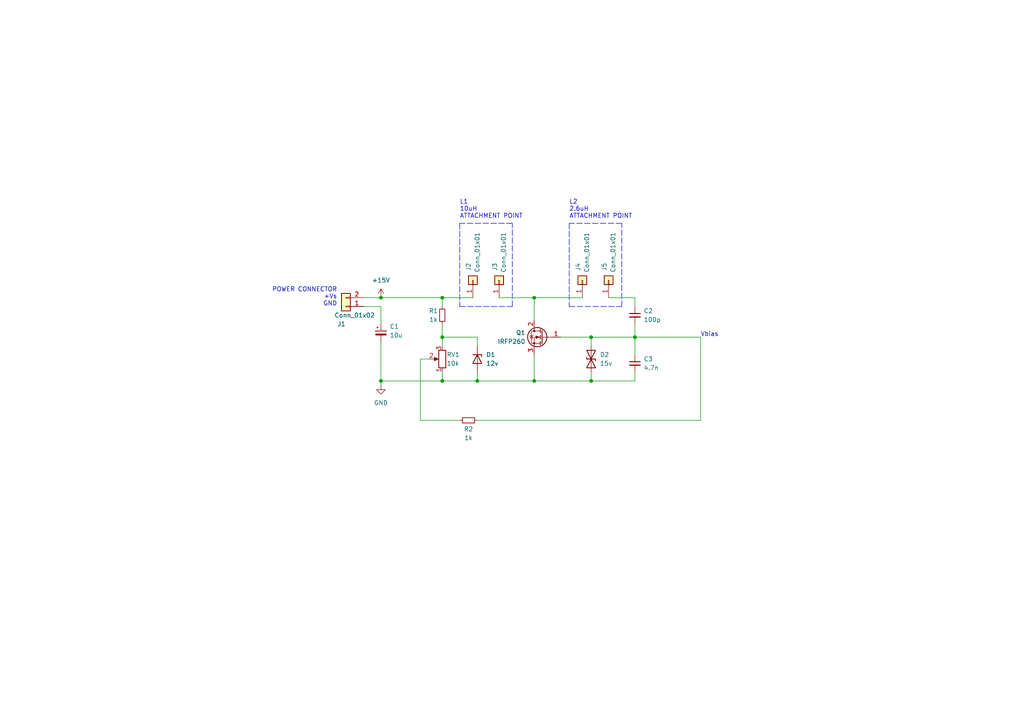
<source format=kicad_sch>
(kicad_sch (version 20211123) (generator eeschema)
  (paper "A4")
  (title_block (title "PLASMA TOROID DRIVER CIRCUIT") (date "2023-01-12") (rev "A") (company "JOE TODD"))
  (lib_symbols
    (symbol "Connector_Generic:Conn_01x01" (pin_names (offset 1.016) hide)
      (property "Reference" "J" (at 0 2.54 0))
      (property "Value" "Conn_01x01" (at 0 -2.54 0))
      (symbol "Conn_01x01_1_1"
        (rectangle (start -1.27 0.127) (end 0 -0.127) (stroke (width 0.1524)))
        (rectangle (start -1.27 1.27) (end 1.27 -1.27) (stroke (width 0.254)) (fill (type background)))
        (pin passive line (at -5.08 0 0) (length 3.81) (name "Pin_1") (number "1"))
      )
    )
    (symbol "Connector_Generic:Conn_01x02" (pin_names (offset 1.016) hide)
      (property "Reference" "J" (at 0 2.54 0))
      (property "Value" "Conn_01x02" (at 0 -5.08 0))
      (symbol "Conn_01x02_1_1"
        (rectangle (start -1.27 -2.413) (end 0 -2.667) (stroke (width 0.1524)))
        (rectangle (start -1.27 0.127) (end 0 -0.127) (stroke (width 0.1524)))
        (rectangle (start -1.27 1.27) (end 1.27 -3.81) (stroke (width 0.254)) (fill (type background)))
        (pin passive line (at -5.08 0 0) (length 3.81) (name "Pin_1") (number "1"))
        (pin passive line (at -5.08 -2.54 0) (length 3.81) (name "Pin_2") (number "2"))
      )
    )
    (symbol "Device:C_Polarized_Small" (pin_numbers hide) (pin_names (offset 0.254) hide)
      (property "Reference" "C" (at 0.254 1.778 0))
      (property "Value" "C_Polarized_Small" (at 0.254 -2.032 0))
      (symbol "C_Polarized_Small_0_1"
        (rectangle (start -1.524 -0.3048) (end 1.524 -0.6858) (fill (type outline)))
        (rectangle (start -1.524 0.6858) (end 1.524 0.3048))
        (polyline (pts (xy -1.27 1.524) (xy -0.762 1.524)))
        (polyline (pts (xy -1.016 1.27) (xy -1.016 1.778)))
      )
      (symbol "C_Polarized_Small_1_1"
        (pin passive line (at 0 2.54 270) (length 1.8542) (name "~") (number "1"))
        (pin passive line (at 0 -2.54 90) (length 1.8542) (name "~") (number "2"))
      )
    )
    (symbol "Device:C_Small" (pin_numbers hide) (pin_names (offset 0.254) hide)
      (property "Reference" "C" (at 0.254 1.778 0))
      (property "Value" "C_Small" (at 0.254 -2.032 0))
      (symbol "C_Small_0_1"
        (polyline (pts (xy -1.524 -0.508) (xy 1.524 -0.508)) (stroke (width 0.3302)))
        (polyline (pts (xy -1.524 0.508) (xy 1.524 0.508)) (stroke (width 0.3048)))
      )
      (symbol "C_Small_1_1"
        (pin passive line (at 0 2.54 270) (length 2.032) (name "~") (number "1"))
        (pin passive line (at 0 -2.54 90) (length 2.032) (name "~") (number "2"))
      )
    )
    (symbol "Device:D_TVS" (pin_numbers hide) (pin_names (offset 1.016) hide)
      (property "Reference" "D" (at 0 2.54 0))
      (property "Value" "D_TVS" (at 0 -2.54 0))
      (symbol "D_TVS_0_1"
        (polyline (pts (xy 1.27 0) (xy -1.27 0)))
        (polyline (pts (xy 0.508 1.27) (xy 0 1.27) (xy 0 -1.27) (xy -0.508 -1.27)) (stroke (width 0.254)))
        (polyline (pts (xy -2.54 1.27) (xy -2.54 -1.27) (xy 2.54 1.27) (xy 2.54 -1.27) (xy -2.54 1.27)) (stroke (width 0.254)))
      )
      (symbol "D_TVS_1_1"
        (pin passive line (at -3.81 0 0) (length 2.54) (name "A1") (number "1"))
        (pin passive line (at 3.81 0 180) (length 2.54) (name "A2") (number "2"))
      )
    )
    (symbol "Device:D_Zener" (pin_numbers hide) (pin_names (offset 1.016) hide)
      (property "Reference" "D" (at 0 2.54 0))
      (property "Value" "D_Zener" (at 0 -2.54 0))
      (symbol "D_Zener_0_1"
        (polyline (pts (xy 1.27 0) (xy -1.27 0)))
        (polyline (pts (xy -1.27 -1.27) (xy -1.27 1.27) (xy -0.762 1.27)) (stroke (width 0.254)))
        (polyline (pts (xy 1.27 -1.27) (xy 1.27 1.27) (xy -1.27 0) (xy 1.27 -1.27)) (stroke (width 0.254)))
      )
      (symbol "D_Zener_1_1"
        (pin passive line (at -3.81 0 0) (length 2.54) (name "K") (number "1"))
        (pin passive line (at 3.81 0 180) (length 2.54) (name "A") (number "2"))
      )
    )
    (symbol "Device:Q_NMOS_GDS" (pin_names (offset 0) hide)
      (property "Reference" "Q" (at 5.08 1.27 0))
      (property "Value" "Q_NMOS_GDS" (at 5.08 -1.27 0))
      (symbol "Q_NMOS_GDS_0_1"
        (polyline (pts (xy 0.254 0) (xy -2.54 0)))
        (polyline (pts (xy 0.254 1.905) (xy 0.254 -1.905)) (stroke (width 0.254)))
        (polyline (pts (xy 0.762 -1.27) (xy 0.762 -2.286)) (stroke (width 0.254)))
        (polyline (pts (xy 0.762 0.508) (xy 0.762 -0.508)) (stroke (width 0.254)))
        (polyline (pts (xy 0.762 2.286) (xy 0.762 1.27)) (stroke (width 0.254)))
        (polyline (pts (xy 2.54 2.54) (xy 2.54 1.778)))
        (polyline (pts (xy 2.54 -2.54) (xy 2.54 0) (xy 0.762 0)))
        (polyline (pts (xy 0.762 -1.778) (xy 3.302 -1.778) (xy 3.302 1.778) (xy 0.762 1.778)))
        (polyline (pts (xy 1.016 0) (xy 2.032 0.381) (xy 2.032 -0.381) (xy 1.016 0)) (fill (type outline)))
        (polyline (pts (xy 2.794 0.508) (xy 2.921 0.381) (xy 3.683 0.381) (xy 3.81 0.254)))
        (polyline (pts (xy 3.302 0.381) (xy 2.921 -0.254) (xy 3.683 -0.254) (xy 3.302 0.381)))
        (circle (center 1.651 0) (radius 2.794) (stroke (width 0.254)))
        (circle (center 2.54 -1.778) (radius 0.254) (fill (type outline)))
        (circle (center 2.54 1.778) (radius 0.254) (fill (type outline)))
      )
      (symbol "Q_NMOS_GDS_1_1"
        (pin input line (at -5.08 0 0) (length 2.54) (name "G") (number "1"))
        (pin passive line (at 2.54 5.08 270) (length 2.54) (name "D") (number "2"))
        (pin passive line (at 2.54 -5.08 90) (length 2.54) (name "S") (number "3"))
      )
    )
    (symbol "Device:R_Potentiometer" (pin_names (offset 1.016) hide)
      (property "Reference" "RV" (at -4.445 0 90))
      (property "Value" "R_Potentiometer" (at -2.54 0 90))
      (symbol "R_Potentiometer_0_1"
        (polyline (pts (xy 2.54 0) (xy 1.524 0)))
        (polyline (pts (xy 1.143 0) (xy 2.286 0.508) (xy 2.286 -0.508) (xy 1.143 0)) (fill (type outline)))
        (rectangle (start 1.016 2.54) (end -1.016 -2.54) (stroke (width 0.254)))
      )
      (symbol "R_Potentiometer_1_1"
        (pin passive line (at 0 3.81 270) (length 1.27) (name "1") (number "1"))
        (pin passive line (at 3.81 0 180) (length 1.27) (name "2") (number "2"))
        (pin passive line (at 0 -3.81 90) (length 1.27) (name "3") (number "3"))
      )
    )
    (symbol "Device:R_Small" (pin_numbers hide) (pin_names (offset 0.254) hide)
      (property "Reference" "R" (at 0.762 0.508 0))
      (property "Value" "R_Small" (at 0.762 -1.016 0))
      (symbol "R_Small_0_1"
        (rectangle (start -0.762 1.778) (end 0.762 -1.778) (stroke (width 0.2032)))
      )
      (symbol "R_Small_1_1"
        (pin passive line (at 0 2.54 270) (length 0.762) (name "~") (number "1"))
        (pin passive line (at 0 -2.54 90) (length 0.762) (name "~") (number "2"))
      )
    )
    (symbol "power:+15V" (power) (pin_names (offset 0))
      (property "Value" "+15V" (at 0 3.556 0))
      (symbol "+15V_0_1"
        (polyline (pts (xy -0.762 1.27) (xy 0 2.54)))
        (polyline (pts (xy 0 0) (xy 0 2.54)))
        (polyline (pts (xy 0 2.54) (xy 0.762 1.27)))
      )
      (symbol "+15V_1_1"
        (pin power_in line (at 0 0 90) (length 0) hide (name "+15V") (number "1"))
      )
    )
    (symbol "power:GND" (power) (pin_names (offset 0))
      (property "Value" "GND" (at 0 -3.81 0))
      (symbol "GND_0_1"
        (polyline (pts (xy 0 0) (xy 0 -1.27) (xy 1.27 -1.27) (xy 0 -2.54) (xy -1.27 -1.27) (xy 0 -1.27)))
      )
      (symbol "GND_1_1"
        (pin power_in line (at 0 0 270) (length 0) hide (name "GND") (number "1"))
      )
    )
  )
  (junction (at 128.27 110.49))
  (junction (at 128.27 97.79))
  (junction (at 110.49 110.49))
  (junction (at 154.94 86.36))
  (junction (at 154.94 110.49))
  (junction (at 171.45 97.79))
  (junction (at 171.45 110.49))
  (junction (at 184.15 97.79))
  (junction (at 110.49 86.36))
  (junction (at 138.43 110.49))
  (junction (at 128.27 86.36))
  (wire (pts (xy 144.78 86.36) (xy 154.94 86.36)))
  (wire (pts (xy 184.15 86.36) (xy 184.15 88.9)))
  (wire (pts (xy 171.45 110.49) (xy 154.94 110.49)))
  (wire (pts (xy 105.41 88.9) (xy 110.49 88.9)))
  (wire (pts (xy 128.27 107.95) (xy 128.27 110.49)))
  (wire (pts (xy 128.27 110.49) (xy 138.43 110.49)))
  (wire (pts (xy 138.43 97.79) (xy 138.43 100.33)))
  (wire (pts (xy 203.2 121.92) (xy 203.2 97.79)))
  (polyline (pts (xy 165.1 88.9) (xy 180.34 88.9)))
  (wire (pts (xy 110.49 111.76) (xy 110.49 110.49)))
  (wire (pts (xy 124.46 104.14) (xy 121.92 104.14)))
  (wire (pts (xy 121.92 104.14) (xy 121.92 121.92)))
  (polyline (pts (xy 148.59 64.77) (xy 133.35 64.77)))
  (polyline (pts (xy 165.1 64.77) (xy 165.1 88.9)))
  (wire (pts (xy 184.15 97.79) (xy 184.15 102.87)))
  (wire (pts (xy 171.45 110.49) (xy 171.45 107.95)))
  (wire (pts (xy 176.53 86.36) (xy 184.15 86.36)))
  (wire (pts (xy 138.43 121.92) (xy 203.2 121.92)))
  (wire (pts (xy 138.43 107.95) (xy 138.43 110.49)))
  (wire (pts (xy 171.45 97.79) (xy 171.45 100.33)))
  (wire (pts (xy 105.41 86.36) (xy 110.49 86.36)))
  (wire (pts (xy 110.49 86.36) (xy 128.27 86.36)))
  (wire (pts (xy 128.27 86.36) (xy 128.27 88.9)))
  (polyline (pts (xy 180.34 88.9) (xy 180.34 64.77)))
  (wire (pts (xy 128.27 97.79) (xy 128.27 100.33)))
  (polyline (pts (xy 133.35 88.9) (xy 148.59 88.9)))
  (wire (pts (xy 121.92 121.92) (xy 133.35 121.92)))
  (wire (pts (xy 154.94 86.36) (xy 154.94 92.71)))
  (wire (pts (xy 184.15 110.49) (xy 171.45 110.49)))
  (polyline (pts (xy 133.35 64.77) (xy 133.35 88.9)))
  (wire (pts (xy 110.49 99.06) (xy 110.49 110.49)))
  (wire (pts (xy 184.15 107.95) (xy 184.15 110.49)))
  (wire (pts (xy 128.27 97.79) (xy 138.43 97.79)))
  (wire (pts (xy 184.15 93.98) (xy 184.15 97.79)))
  (polyline (pts (xy 148.59 88.9) (xy 148.59 64.77)))
  (wire (pts (xy 154.94 102.87) (xy 154.94 110.49)))
  (wire (pts (xy 110.49 110.49) (xy 128.27 110.49)))
  (wire (pts (xy 128.27 93.98) (xy 128.27 97.79)))
  (wire (pts (xy 203.2 97.79) (xy 184.15 97.79)))
  (wire (pts (xy 154.94 86.36) (xy 168.91 86.36)))
  (wire (pts (xy 128.27 86.36) (xy 137.16 86.36)))
  (polyline (pts (xy 180.34 64.77) (xy 165.1 64.77)))
  (wire (pts (xy 110.49 88.9) (xy 110.49 93.98)))
  (wire (pts (xy 138.43 110.49) (xy 154.94 110.49)))
  (wire (pts (xy 162.56 97.79) (xy 171.45 97.79)))
  (wire (pts (xy 184.15 97.79) (xy 171.45 97.79)))
  (text "POWER CONNECTOR\n+Vs\nGND" (at 97.79 88.9 180) (effects (font (size 1.27 1.27)) (justify right bottom)))
  (text "L1\n10uH\nATTACHMENT POINT" (at 133.35 63.5 0) (effects (font (size 1.27 1.27)) (justify left bottom)))
  (text "L2\n2.6uH\nATTACHMENT POINT" (at 165.1 63.5 0) (effects (font (size 1.27 1.27)) (justify left bottom)))
  (text "Vbias" (at 203.2 97.79 0) (effects (font (size 1.27 1.27)) (justify left bottom)))
  (symbol (lib_id "Device:C_Small") (at 184.15 105.41 0) (unit 1)
    (property "Reference" "C3" (at 186.69 104.1462 0) (effects (justify left)))
    (property "Value" "4.7n" (at 186.69 106.6862 0) (effects (justify left)))
    (property "Footprint" "Capacitor_THT:C_Rect_L7.2mm_W2.5mm_P5.00mm_FKS2_FKP2_MKS2_MKP2" (effects hide))
  )
  (symbol (lib_id "power:+15V") (at 110.49 86.36 0) (unit 1)
    (property "Reference" "#PWR01" (effects hide))
    (property "Value" "+15V" (at 110.49 81.28 0))
  )
  (symbol (lib_id "Connector_Generic:Conn_01x02") (at 100.33 88.9 180) (unit 1)
    (property "Reference" "J1" (at 99.06 93.98 0))
    (property "Value" "Conn_01x02" (at 102.87 91.44 0))
    (property "Footprint" "TerminalBlock_Phoenix:TerminalBlock_Phoenix_PT-1,5-2-3.5-H_1x02_P3.50mm_Horizontal" (effects hide))
  )
  (symbol (lib_id "Device:D_Zener") (at 138.43 104.14 270) (unit 1)
    (property "Reference" "D1" (at 140.97 102.8699 90) (effects (justify left)))
    (property "Value" "12v" (at 140.97 105.4099 90) (effects (justify left)))
    (property "Footprint" "Diode_THT:D_DO-41_SOD81_P10.16mm_Horizontal" (effects hide))
  )
  (symbol (lib_id "Connector_Generic:Conn_01x01") (at 168.91 81.28 90) (unit 1)
    (property "Reference" "J4" (at 167.64 76.2 0) (effects (justify right)))
    (property "Value" "Conn_01x01" (at 170.18 67.31 0) (effects (justify right)))
    (property "Footprint" "Connector_PinSocket_2.54mm:PinSocket_1x01_P2.54mm_Vertical" (effects hide))
  )
  (symbol (lib_id "Connector_Generic:Conn_01x01") (at 176.53 81.28 90) (unit 1)
    (property "Reference" "J5" (at 175.26 76.2 0) (effects (justify right)))
    (property "Value" "Conn_01x01" (at 177.8 67.31 0) (effects (justify right)))
    (property "Footprint" "Connector_PinSocket_2.54mm:PinSocket_1x01_P2.54mm_Vertical" (effects hide))
  )
  (symbol (lib_id "Device:R_Small") (at 128.27 91.44 180) (unit 1)
    (property "Reference" "R1" (at 125.73 90.17 0))
    (property "Value" "1k" (at 125.73 92.71 0))
    (property "Footprint" "Resistor_THT:R_Axial_DIN0414_L11.9mm_D4.5mm_P15.24mm_Horizontal" (effects hide))
  )
  (symbol (lib_id "Device:Q_NMOS_GDS") (at 157.48 97.79 0) (mirror y) (unit 1)
    (property "Reference" "Q1" (at 152.4 96.52 0) (effects (justify left)))
    (property "Value" "IRFP260" (at 152.4 99.06 0) (effects (justify left)))
    (property "Footprint" "Package_TO_SOT_THT:TO-247-3_Vertical" (effects hide))
  )
  (symbol (lib_id "power:GND") (at 110.49 111.76 0) (unit 1)
    (property "Reference" "#PWR02" (effects hide))
    (property "Value" "GND" (at 110.49 116.84 0))
  )
  (symbol (lib_id "Device:C_Small") (at 184.15 91.44 0) (unit 1)
    (property "Reference" "C2" (at 186.69 90.1762 0) (effects (justify left)))
    (property "Value" "100p" (at 186.69 92.7162 0) (effects (justify left)))
    (property "Footprint" "Capacitor_THT:C_Rect_L18.0mm_W5.0mm_P15.00mm_FKS3_FKP3" (effects hide))
  )
  (symbol (lib_id "Device:C_Polarized_Small") (at 110.49 96.52 0) (unit 1)
    (property "Reference" "C1" (at 113.03 94.7038 0) (effects (justify left)))
    (property "Value" "10u" (at 113.03 97.2438 0) (effects (justify left)))
    (property "Footprint" "Capacitor_THT:CP_Radial_D10.0mm_P5.00mm" (effects hide))
  )
  (symbol (lib_id "Device:D_TVS") (at 171.45 104.14 90) (unit 1)
    (property "Reference" "D2" (at 173.99 102.8699 90) (effects (justify right)))
    (property "Value" "15v" (at 173.99 105.4099 90) (effects (justify right)))
    (property "Footprint" "Diode_THT:D_DO-27_P15.24mm_Horizontal" (effects hide))
  )
  (symbol (lib_id "Device:R_Potentiometer") (at 128.27 104.14 180) (unit 1)
    (property "Reference" "RV1" (at 129.54 102.87 0) (effects (justify right)))
    (property "Value" "10k" (at 129.54 105.41 0) (effects (justify right)))
    (property "Footprint" "Potentiometer_THT:Bourns PDB12-H" (effects hide))
  )
  (symbol (lib_id "Device:R_Small") (at 135.89 121.92 270) (unit 1)
    (property "Reference" "R2" (at 135.89 124.46 90))
    (property "Value" "1k" (at 135.89 127 90))
    (property "Footprint" "Resistor_THT:R_Axial_DIN0414_L11.9mm_D4.5mm_P15.24mm_Horizontal" (effects hide))
  )
  (symbol (lib_id "Connector_Generic:Conn_01x01") (at 144.78 81.28 90) (unit 1)
    (property "Reference" "J3" (at 143.51 76.2 0) (effects (justify right)))
    (property "Value" "Conn_01x01" (at 146.05 67.31 0) (effects (justify right)))
    (property "Footprint" "Connector_PinSocket_2.54mm:PinSocket_1x01_P2.54mm_Vertical" (effects hide))
  )
  (symbol (lib_id "Connector_Generic:Conn_01x01") (at 137.16 81.28 90) (unit 1)
    (property "Reference" "J2" (at 135.89 76.2 0) (effects (justify right)))
    (property "Value" "Conn_01x01" (at 138.43 67.31 0) (effects (justify right)))
    (property "Footprint" "Connector_PinSocket_2.54mm:PinSocket_1x01_P2.54mm_Vertical" (effects hide))
  )
)
</source>
